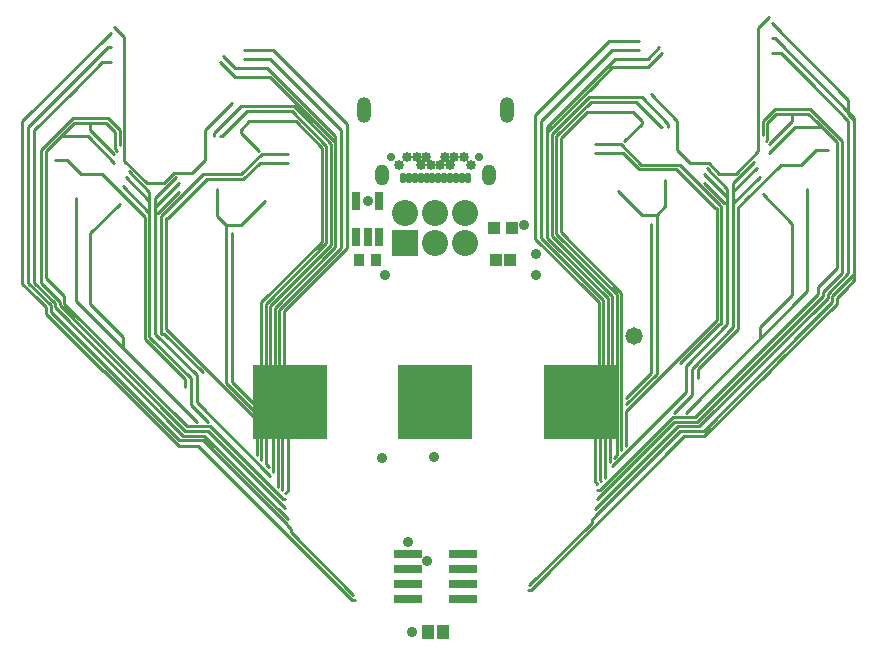
<source format=gbs>
G04 Layer_Color=8150272*
%FSLAX24Y24*%
%MOIN*%
G70*
G01*
G75*
%ADD13C,0.0100*%
%ADD35C,0.0336*%
%ADD36C,0.0277*%
%ADD37O,0.0474X0.0710*%
%ADD38O,0.0474X0.0867*%
%ADD39C,0.0867*%
%ADD40R,0.0867X0.0867*%
%ADD41C,0.0580*%
%ADD42C,0.0356*%
G04:AMPARAMS|DCode=43|XSize=21.8mil|YSize=35.6mil|CornerRadius=0mil|HoleSize=0mil|Usage=FLASHONLY|Rotation=0.000|XOffset=0mil|YOffset=0mil|HoleType=Round|Shape=Octagon|*
%AMOCTAGOND43*
4,1,8,-0.0054,0.0178,0.0054,0.0178,0.0109,0.0123,0.0109,-0.0123,0.0054,-0.0178,-0.0054,-0.0178,-0.0109,-0.0123,-0.0109,0.0123,-0.0054,0.0178,0.0*
%
%ADD43OCTAGOND43*%

%ADD44R,0.0400X0.0400*%
%ADD45R,0.0395X0.0434*%
%ADD46R,0.0375X0.0415*%
%ADD47R,0.0297X0.0630*%
%ADD48R,0.0966X0.0277*%
%ADD49R,0.2480X0.2480*%
%ADD50R,0.0434X0.0474*%
D13*
X35225Y38316D02*
X36110Y37430D01*
Y36445D02*
Y37430D01*
Y36445D02*
X36550Y36006D01*
X37157D01*
X37497Y35667D01*
X38071D01*
X38814Y36410D01*
Y40527D01*
X39162Y40875D01*
X38965Y34969D02*
X39949Y33985D01*
Y31623D02*
Y33985D01*
X38866Y30540D02*
X39949Y31623D01*
X38866Y30160D02*
Y30540D01*
X36406Y27700D02*
X40441Y31735D01*
Y35166D01*
X34402Y28194D02*
X35225Y29016D01*
Y33985D01*
X35717Y34575D02*
Y35461D01*
X35422Y34280D02*
X35717Y34575D01*
X34142Y35068D02*
X34929Y34280D01*
X35422D01*
X34420Y27998D02*
X35422Y28999D01*
Y34280D01*
X34402Y26585D02*
Y27766D01*
X37332Y30696D01*
X37422Y30786D01*
Y34509D01*
X37360D02*
X37422D01*
X36068Y35802D02*
X37360Y34509D01*
X34850Y35802D02*
X36068D01*
X34305Y36347D02*
X34850Y35802D01*
X33355Y36347D02*
X34305D01*
X40736Y36445D02*
X41130D01*
X40244Y35953D02*
X40736Y36445D01*
X39555Y35953D02*
X40244D01*
X38374Y34772D02*
X39555Y35953D01*
X38132Y34530D02*
X38374Y34772D01*
X38132Y30477D02*
Y34530D01*
X36799Y29145D02*
X38132Y30477D01*
X36799Y28867D02*
Y29145D01*
X33355Y36642D02*
X34223D01*
X34912Y35953D01*
X35323D01*
X36192D01*
X37529Y34616D01*
X37578Y34567D01*
Y30647D02*
Y34567D01*
X37497Y30647D02*
X37578D01*
X36209Y29359D02*
X37497Y30647D01*
X34251Y26434D02*
Y31697D01*
X32233Y33714D02*
X34251Y31697D01*
X32233Y33714D02*
Y35757D01*
Y36848D01*
X33102Y37717D01*
X34643D01*
X34929Y37430D01*
Y37331D02*
Y37430D01*
X34339Y36741D02*
X34929Y37331D01*
X34005Y26188D02*
X34100Y26283D01*
Y31634D01*
X32082Y33652D02*
X34100Y31634D01*
X32082Y33652D02*
Y36911D01*
X33237Y38066D01*
X34733D01*
X35566Y37233D01*
X35618D01*
X33854Y26036D02*
Y27764D01*
X33949Y27859D01*
Y31572D01*
X31931Y33589D02*
X33949Y31572D01*
X31931Y33589D02*
Y33690D01*
Y36973D01*
X32674Y37717D01*
X33175Y38217D01*
X34929D01*
X35815Y37331D01*
Y37233D02*
Y37331D01*
X35126Y39201D02*
X35618Y39694D01*
X33945Y39201D02*
X35126D01*
X33355Y38611D02*
X33945Y39201D01*
X31780Y37036D02*
X33355Y38611D01*
X31780Y35757D02*
Y37036D01*
X38866Y35560D02*
X38866D01*
X37981Y34674D02*
X38866Y35560D01*
X36996Y35363D02*
X37685Y34674D01*
X37784D01*
X37981Y35068D02*
X38768Y35855D01*
X37981Y34772D02*
Y35068D01*
X36996Y35658D02*
X37784Y34871D01*
Y34674D02*
Y34871D01*
X37981Y35363D02*
X38670Y36052D01*
X37981Y30540D02*
Y35363D01*
X36603Y29162D02*
X37981Y30540D01*
X36603Y28276D02*
Y29162D01*
X36012Y27686D02*
X36603Y28276D01*
X37095Y35855D02*
X37784Y35166D01*
Y30835D02*
Y35166D01*
Y30638D02*
Y30835D01*
X36406Y29260D02*
X37784Y30638D01*
X36406Y28375D02*
Y29260D01*
X33945Y25914D02*
X36406Y28375D01*
X33703Y25520D02*
Y27922D01*
X33797Y28017D01*
Y31509D01*
X31985Y33321D02*
X33797Y31509D01*
X31780Y33527D02*
X31985Y33321D01*
X31780Y33527D02*
Y37233D01*
X34044Y39497D01*
X34733D01*
X35126D01*
X35520Y39890D01*
X33551Y25439D02*
X33560Y25430D01*
X33551Y25439D02*
Y28079D01*
X33646Y28174D01*
Y31446D01*
X31583Y33510D02*
X33646Y31446D01*
X31583Y33510D02*
Y37430D01*
X33945Y39792D01*
X34831D01*
X33370Y25406D02*
X33453Y25323D01*
X33370Y25406D02*
Y28151D01*
X33495Y28276D01*
Y31384D01*
X33059Y31820D02*
X33495Y31384D01*
X31386Y33493D02*
X33059Y31820D01*
X31386Y33493D02*
Y37627D01*
X33847Y40087D01*
X34831D01*
X39162Y36347D02*
X40031Y37216D01*
X40933D01*
X39949Y37430D02*
Y37627D01*
X39162Y36642D02*
X39949Y37430D01*
X33453Y25127D02*
X33534D01*
X35957Y27549D01*
X36720D01*
X40814Y31643D01*
Y31897D01*
X41425Y32508D01*
Y36724D01*
X40728Y37421D02*
X41425Y36724D01*
X40482Y37667D02*
X40728Y37421D01*
X39416Y37667D02*
X40482D01*
X39116Y37367D02*
X39416Y37667D01*
X39116Y36794D02*
Y37367D01*
X39063Y36741D02*
X39116Y36794D01*
X38965Y36938D02*
Y37430D01*
X39359Y37823D01*
X40540D01*
X41130Y37233D01*
X41597Y36766D01*
Y32337D02*
Y36766D01*
X40972Y31712D02*
X41597Y32337D01*
X40972Y31587D02*
Y31712D01*
X37083Y27698D02*
X40972Y31587D01*
X36783Y27397D02*
X37083Y27698D01*
X36110Y27397D02*
X36783D01*
X36019D02*
X36110D01*
X33453Y24831D02*
X36019Y27397D01*
X33370Y24470D02*
X33401Y24501D01*
X36146Y27246D01*
X36209D01*
X36845D01*
X41123Y31524D01*
Y31649D01*
X41819Y32346D01*
Y36347D01*
Y37430D01*
X40540Y38709D02*
X41819Y37430D01*
X39555Y39694D02*
X40540Y38709D01*
X39260Y39694D02*
X39555D01*
X39260Y40186D02*
X39359D01*
X42016Y37528D01*
Y36642D02*
Y37528D01*
Y32329D02*
Y36642D01*
X41274Y31587D02*
X42016Y32329D01*
X31181Y21943D02*
X33256Y24018D01*
Y24044D01*
Y24125D01*
X33407Y24277D01*
Y24294D01*
X36209Y27095D01*
X36996D01*
X40441Y30540D01*
X41274Y31373D01*
Y31587D01*
X31142Y21772D02*
X31224D01*
X36353Y26901D01*
X36999D01*
X39162Y29064D01*
X39503Y29405D01*
X39520D01*
X41425Y31310D01*
Y31524D01*
Y31524D01*
X41721Y31820D01*
X42008Y32107D01*
Y37438D01*
X41811Y37635D02*
Y38127D01*
X39260Y40678D02*
X41811Y38127D01*
X20386Y37115D02*
X21271Y38001D01*
X20386Y36131D02*
Y37115D01*
X19946Y35691D02*
X20386Y36131D01*
X19339Y35691D02*
X19946D01*
X18999Y35352D02*
X19339Y35691D01*
X18426Y35352D02*
X18999D01*
X17682Y36095D02*
X18426Y35352D01*
X17682Y36095D02*
Y40212D01*
X17334Y40560D02*
X17682Y40212D01*
X16547Y33670D02*
X17531Y34654D01*
X16547Y31308D02*
Y33670D01*
Y31308D02*
X17630Y30225D01*
Y29845D02*
Y30225D01*
X16055Y31420D02*
X20090Y27385D01*
X16055Y31420D02*
Y34851D01*
X21271Y28701D02*
X22094Y27879D01*
X21271Y28701D02*
Y33670D01*
X20779Y34260D02*
Y35146D01*
Y34260D02*
X21075Y33965D01*
X21567D02*
X22354Y34753D01*
X21075Y33965D02*
X21567D01*
X21075Y28684D02*
X22076Y27683D01*
X21075Y28684D02*
Y33965D01*
X22094Y26270D02*
Y27451D01*
X19164Y30381D02*
X22094Y27451D01*
X19074Y30471D02*
X19164Y30381D01*
X19074Y30471D02*
Y34194D01*
X19136D01*
X20429Y35487D01*
X21646D01*
X22191Y36032D01*
X23141D01*
X15366Y36131D02*
X15760D01*
X16252Y35638D01*
X16941D01*
X18122Y34457D01*
X18364Y34215D01*
Y30162D02*
Y34215D01*
Y30162D02*
X19697Y28830D01*
Y28552D02*
Y28830D01*
X22273Y36327D02*
X23141D01*
X21584Y35638D02*
X22273Y36327D01*
X21173Y35638D02*
X21584D01*
X20304D02*
X21173D01*
X18967Y34301D02*
X20304Y35638D01*
X18918Y34252D02*
X18967Y34301D01*
X18918Y30332D02*
Y34252D01*
Y30332D02*
X18999D01*
X20287Y29044D01*
X22245Y26119D02*
Y31382D01*
X24263Y33400D01*
Y35442D01*
Y36533D01*
X23394Y37402D02*
X24263Y36533D01*
X21853Y37402D02*
X23394D01*
X21567Y37115D02*
X21853Y37402D01*
X21567Y37016D02*
Y37115D01*
Y37016D02*
X22157Y36426D01*
X22396Y25968D02*
X22491Y25873D01*
X22396Y25968D02*
Y31319D01*
X24414Y33337D01*
Y36596D01*
X23259Y37751D02*
X24414Y36596D01*
X21764Y37751D02*
X23259D01*
X20930Y36918D02*
X21764Y37751D01*
X20878Y36918D02*
X20930D01*
X22642Y25721D02*
Y27449D01*
X22547Y27544D02*
X22642Y27449D01*
X22547Y27544D02*
Y31257D01*
X24565Y33274D01*
Y33375D01*
Y36658D01*
X23822Y37402D02*
X24565Y36658D01*
X23321Y37902D02*
X23822Y37402D01*
X21567Y37902D02*
X23321D01*
X20681Y37016D02*
X21567Y37902D01*
X20681Y36918D02*
Y37016D01*
X20878Y39379D02*
X21370Y38886D01*
X22551D01*
X23141Y38296D01*
X24716Y36721D01*
Y35442D02*
Y36721D01*
X17630Y35245D02*
X17630D01*
X18515Y34359D01*
X18811D02*
X19500Y35048D01*
X18712Y34359D02*
X18811D01*
X17728Y35540D02*
X18515Y34753D01*
Y34457D02*
Y34753D01*
X18712Y34556D02*
X19500Y35343D01*
X18712Y34359D02*
Y34556D01*
X17827Y35737D02*
X18515Y35048D01*
Y30225D02*
Y35048D01*
Y30225D02*
X19893Y28847D01*
Y27961D02*
Y28847D01*
Y27961D02*
X20484Y27371D01*
X18712Y34851D02*
X19401Y35540D01*
X18712Y30520D02*
Y34851D01*
Y30323D02*
Y30520D01*
Y30323D02*
X20090Y28945D01*
Y28060D02*
Y28945D01*
Y28060D02*
X22551Y25599D01*
X22793Y25205D02*
Y27607D01*
X22699Y27702D02*
X22793Y27607D01*
X22699Y27702D02*
Y31194D01*
X24511Y33006D01*
X24716Y33212D01*
Y36918D01*
X22453Y39182D02*
X24716Y36918D01*
X21764Y39182D02*
X22453D01*
X21370D02*
X21764D01*
X20976Y39575D02*
X21370Y39182D01*
X22936Y25115D02*
X22945Y25124D01*
Y27764D01*
X22850Y27859D02*
X22945Y27764D01*
X22850Y27859D02*
Y31131D01*
X24913Y33195D01*
Y37115D01*
X22551Y39477D02*
X24913Y37115D01*
X21665Y39477D02*
X22551D01*
X23043Y25008D02*
X23126Y25091D01*
Y27836D01*
X23001Y27961D02*
X23126Y27836D01*
X23001Y27961D02*
Y31069D01*
X23437Y31505D01*
X25110Y33178D01*
Y37312D01*
X22649Y39772D02*
X25110Y37312D01*
X21665Y39772D02*
X22649D01*
X16466Y36901D02*
X17334Y36032D01*
X15563Y36901D02*
X16466D01*
X16547Y37115D02*
Y37312D01*
Y37115D02*
X17334Y36327D01*
X22962Y24812D02*
X23043D01*
X20540Y27234D02*
X22962Y24812D01*
X19776Y27234D02*
X20540D01*
X15682Y31328D02*
X19776Y27234D01*
X15682Y31328D02*
Y31582D01*
X15071Y32194D02*
X15682Y31582D01*
X15071Y32194D02*
Y36409D01*
X15768Y37106D01*
X16014Y37352D01*
X17080D01*
X17380Y37052D01*
Y36479D02*
Y37052D01*
Y36479D02*
X17433Y36426D01*
X17531Y36623D02*
Y37115D01*
X17138Y37508D02*
X17531Y37115D01*
X15956Y37508D02*
X17138D01*
X15366Y36918D02*
X15956Y37508D01*
X14899Y36451D02*
X15366Y36918D01*
X14899Y32022D02*
Y36451D01*
Y32022D02*
X15524Y31397D01*
Y31272D02*
Y31397D01*
Y31272D02*
X19413Y27383D01*
X19714Y27082D01*
X20386D01*
X20477D01*
X23043Y24516D01*
X23095Y24186D02*
X23126Y24155D01*
X20350Y26931D02*
X23095Y24186D01*
X20287Y26931D02*
X20350D01*
X19651D02*
X20287D01*
X15373Y31209D02*
X19651Y26931D01*
X15373Y31209D02*
Y31335D01*
X14677Y32031D02*
X15373Y31335D01*
X14677Y32031D02*
Y36032D01*
Y37115D01*
X15956Y38394D01*
X16941Y39379D01*
X17236D01*
X17138Y39871D02*
X17236D01*
X14480Y37213D02*
X17138Y39871D01*
X14480Y36327D02*
Y37213D01*
Y32014D02*
Y36327D01*
Y32014D02*
X15222Y31272D01*
X23240Y23703D02*
X25315Y21628D01*
X23240Y23703D02*
Y23729D01*
Y23810D01*
X23089Y23962D02*
X23240Y23810D01*
X23089Y23962D02*
Y23979D01*
X20287Y26780D02*
X23089Y23979D01*
X19500Y26780D02*
X20287D01*
X16055Y30225D02*
X19500Y26780D01*
X15222Y31058D02*
X16055Y30225D01*
X15222Y31058D02*
Y31272D01*
X25272Y21457D02*
X25354D01*
X20143Y26586D02*
X25272Y21457D01*
X19497Y26586D02*
X20143D01*
X17334Y28749D02*
X19497Y26586D01*
X16993Y29090D02*
X17334Y28749D01*
X16976Y29090D02*
X16993D01*
X15071Y30995D02*
X16976Y29090D01*
X15071Y30995D02*
Y31209D01*
Y31209D01*
X14775Y31505D02*
X15071Y31209D01*
X14283Y31997D02*
X14775Y31505D01*
X14283Y31997D02*
Y36918D01*
Y37410D01*
X17236Y40363D01*
X41811Y37635D02*
X42008Y37438D01*
D35*
X26850Y35945D02*
D03*
X27106Y36220D02*
D03*
X27421D02*
D03*
X27579Y35945D02*
D03*
X27736Y36220D02*
D03*
X27894Y35945D02*
D03*
X28209D02*
D03*
X28366Y36220D02*
D03*
X28681D02*
D03*
X28524Y35945D02*
D03*
X28996Y36220D02*
D03*
X29252Y35945D02*
D03*
D36*
X29518Y36220D02*
D03*
X26585D02*
D03*
D37*
X26280Y35630D02*
D03*
X29823D02*
D03*
D38*
X25659Y37795D02*
D03*
X30443D02*
D03*
D39*
X29051Y33358D02*
D03*
Y34358D02*
D03*
X28051D02*
D03*
Y33358D02*
D03*
X27051Y34358D02*
D03*
D40*
Y33358D02*
D03*
D41*
X34685Y30236D02*
D03*
D42*
X25787Y34744D02*
D03*
X23346Y28110D02*
D03*
X32874Y28051D02*
D03*
X27998Y26226D02*
D03*
X26280Y26181D02*
D03*
X31398Y32972D02*
D03*
X31004Y33957D02*
D03*
X27264Y20374D02*
D03*
X27756Y22736D02*
D03*
X27136Y23396D02*
D03*
X27067Y28150D02*
D03*
X31398Y32283D02*
D03*
X26378D02*
D03*
D43*
X26969Y35508D02*
D03*
X27165D02*
D03*
X27362D02*
D03*
X27559D02*
D03*
X27756D02*
D03*
X27953D02*
D03*
X28150D02*
D03*
X28346D02*
D03*
X28543D02*
D03*
X28740D02*
D03*
X28937D02*
D03*
X29134D02*
D03*
D44*
X30615Y33858D02*
D03*
X30015D02*
D03*
D45*
X30551Y32776D02*
D03*
X30079D02*
D03*
D46*
X26083D02*
D03*
X25492D02*
D03*
D47*
X26161Y33543D02*
D03*
X25787D02*
D03*
X25413D02*
D03*
Y34764D02*
D03*
X26161D02*
D03*
D48*
X28967Y21494D02*
D03*
Y21994D02*
D03*
Y22494D02*
D03*
Y22994D02*
D03*
X27136D02*
D03*
Y22494D02*
D03*
Y21994D02*
D03*
Y21494D02*
D03*
D49*
X32901Y28051D02*
D03*
X28051D02*
D03*
X23201D02*
D03*
D50*
X27795Y20374D02*
D03*
X28307D02*
D03*
M02*

</source>
